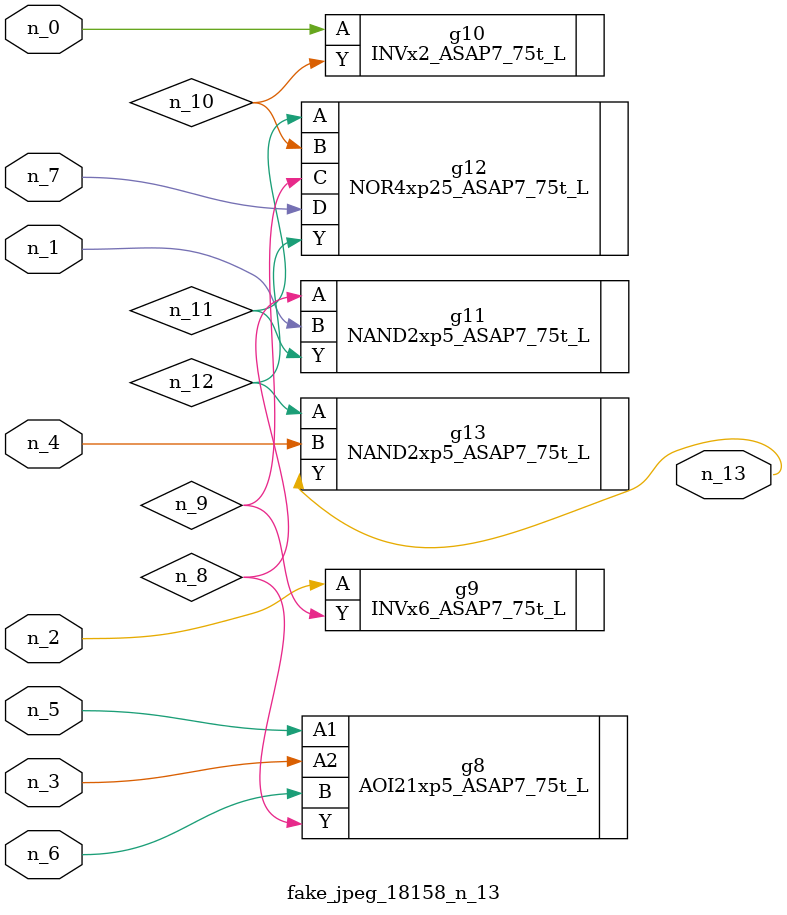
<source format=v>
module fake_jpeg_18158_n_13 (n_3, n_2, n_1, n_0, n_4, n_6, n_5, n_7, n_13);

input n_3;
input n_2;
input n_1;
input n_0;
input n_4;
input n_6;
input n_5;
input n_7;

output n_13;

wire n_11;
wire n_10;
wire n_12;
wire n_8;
wire n_9;

AOI21xp5_ASAP7_75t_L g8 ( 
.A1(n_5),
.A2(n_3),
.B(n_6),
.Y(n_8)
);

INVx6_ASAP7_75t_L g9 ( 
.A(n_2),
.Y(n_9)
);

INVx2_ASAP7_75t_L g10 ( 
.A(n_0),
.Y(n_10)
);

NAND2xp5_ASAP7_75t_L g11 ( 
.A(n_8),
.B(n_1),
.Y(n_11)
);

NOR4xp25_ASAP7_75t_L g12 ( 
.A(n_11),
.B(n_10),
.C(n_9),
.D(n_7),
.Y(n_12)
);

NAND2xp5_ASAP7_75t_L g13 ( 
.A(n_12),
.B(n_4),
.Y(n_13)
);


endmodule
</source>
